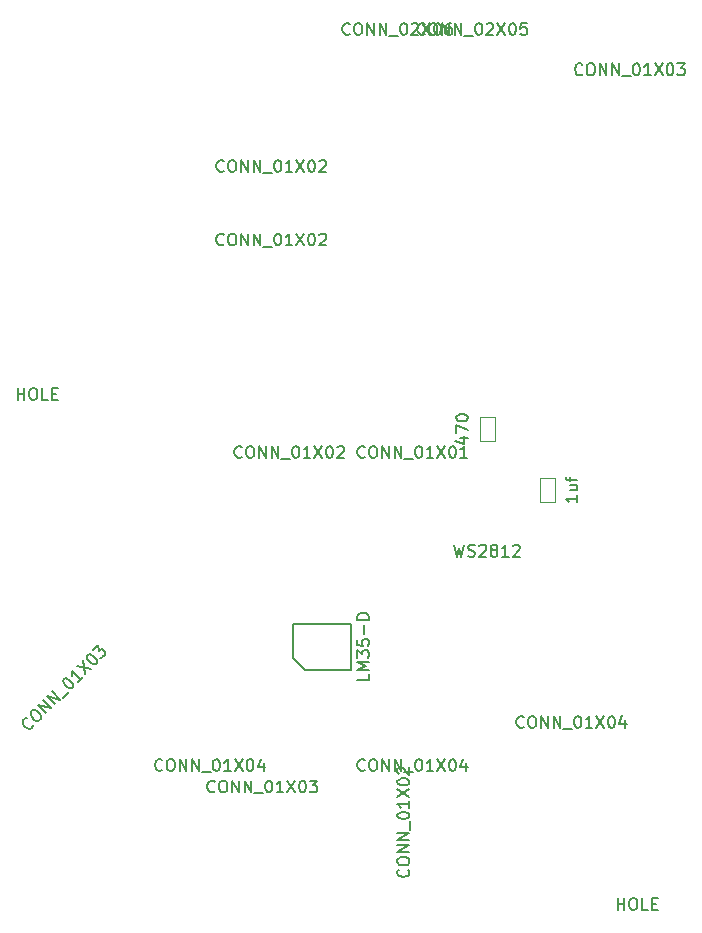
<source format=gbr>
G04 #@! TF.GenerationSoftware,KiCad,Pcbnew,5.0.0-rc2*
G04 #@! TF.CreationDate,2018-12-02T00:46:08-05:00*
G04 #@! TF.ProjectId,uno,756E6F2E6B696361645F706362000000,v1.0*
G04 #@! TF.SameCoordinates,Original*
G04 #@! TF.FileFunction,Other,Fab,Top*
%FSLAX46Y46*%
G04 Gerber Fmt 4.6, Leading zero omitted, Abs format (unit mm)*
G04 Created by KiCad (PCBNEW 5.0.0-rc2) date Sun Dec  2 00:46:08 2018*
%MOMM*%
%LPD*%
G01*
G04 APERTURE LIST*
%ADD10C,0.150000*%
%ADD11C,0.100000*%
G04 APERTURE END LIST*
D10*
G04 #@! TO.C,U6*
X57240000Y-85405000D02*
X57240000Y-82505000D01*
X57240000Y-82505000D02*
X62140000Y-82505000D01*
X62140000Y-82505000D02*
X62140000Y-86405000D01*
X62140000Y-86405000D02*
X58240000Y-86405000D01*
X58240000Y-86405000D02*
X57240000Y-85405000D01*
D11*
G04 #@! TO.C,C1*
X78115000Y-72200000D02*
X78115000Y-70200000D01*
X78115000Y-70200000D02*
X79365000Y-70200000D01*
X79365000Y-70200000D02*
X79365000Y-72200000D01*
X79365000Y-72200000D02*
X78115000Y-72200000D01*
G04 #@! TO.C,R1*
X73035000Y-65040000D02*
X74285000Y-65040000D01*
X73035000Y-67040000D02*
X73035000Y-65040000D01*
X74285000Y-67040000D02*
X73035000Y-67040000D01*
X74285000Y-65040000D02*
X74285000Y-67040000D01*
G04 #@! TD*
G04 #@! TO.C,P1*
D10*
X63286190Y-94897142D02*
X63238571Y-94944761D01*
X63095714Y-94992380D01*
X63000476Y-94992380D01*
X62857619Y-94944761D01*
X62762380Y-94849523D01*
X62714761Y-94754285D01*
X62667142Y-94563809D01*
X62667142Y-94420952D01*
X62714761Y-94230476D01*
X62762380Y-94135238D01*
X62857619Y-94040000D01*
X63000476Y-93992380D01*
X63095714Y-93992380D01*
X63238571Y-94040000D01*
X63286190Y-94087619D01*
X63905238Y-93992380D02*
X64095714Y-93992380D01*
X64190952Y-94040000D01*
X64286190Y-94135238D01*
X64333809Y-94325714D01*
X64333809Y-94659047D01*
X64286190Y-94849523D01*
X64190952Y-94944761D01*
X64095714Y-94992380D01*
X63905238Y-94992380D01*
X63809999Y-94944761D01*
X63714761Y-94849523D01*
X63667142Y-94659047D01*
X63667142Y-94325714D01*
X63714761Y-94135238D01*
X63809999Y-94040000D01*
X63905238Y-93992380D01*
X64762380Y-94992380D02*
X64762380Y-93992380D01*
X65333809Y-94992380D01*
X65333809Y-93992380D01*
X65809999Y-94992380D02*
X65809999Y-93992380D01*
X66381428Y-94992380D01*
X66381428Y-93992380D01*
X66619523Y-95087619D02*
X67381428Y-95087619D01*
X67809999Y-93992380D02*
X67905238Y-93992380D01*
X68000476Y-94040000D01*
X68048095Y-94087619D01*
X68095714Y-94182857D01*
X68143333Y-94373333D01*
X68143333Y-94611428D01*
X68095714Y-94801904D01*
X68048095Y-94897142D01*
X68000476Y-94944761D01*
X67905238Y-94992380D01*
X67809999Y-94992380D01*
X67714761Y-94944761D01*
X67667142Y-94897142D01*
X67619523Y-94801904D01*
X67571904Y-94611428D01*
X67571904Y-94373333D01*
X67619523Y-94182857D01*
X67667142Y-94087619D01*
X67714761Y-94040000D01*
X67809999Y-93992380D01*
X69095714Y-94992380D02*
X68524285Y-94992380D01*
X68809999Y-94992380D02*
X68809999Y-93992380D01*
X68714761Y-94135238D01*
X68619523Y-94230476D01*
X68524285Y-94278095D01*
X69429047Y-93992380D02*
X70095714Y-94992380D01*
X70095714Y-93992380D02*
X69429047Y-94992380D01*
X70667142Y-93992380D02*
X70762380Y-93992380D01*
X70857619Y-94040000D01*
X70905238Y-94087619D01*
X70952857Y-94182857D01*
X71000476Y-94373333D01*
X71000476Y-94611428D01*
X70952857Y-94801904D01*
X70905238Y-94897142D01*
X70857619Y-94944761D01*
X70762380Y-94992380D01*
X70667142Y-94992380D01*
X70571904Y-94944761D01*
X70524285Y-94897142D01*
X70476666Y-94801904D01*
X70429047Y-94611428D01*
X70429047Y-94373333D01*
X70476666Y-94182857D01*
X70524285Y-94087619D01*
X70571904Y-94040000D01*
X70667142Y-93992380D01*
X71857619Y-94325714D02*
X71857619Y-94992380D01*
X71619523Y-93944761D02*
X71381428Y-94659047D01*
X72000476Y-94659047D01*
G04 #@! TO.C,U2*
X84693333Y-106751380D02*
X84693333Y-105751380D01*
X84693333Y-106227571D02*
X85264761Y-106227571D01*
X85264761Y-106751380D02*
X85264761Y-105751380D01*
X85931428Y-105751380D02*
X86121904Y-105751380D01*
X86217142Y-105799000D01*
X86312380Y-105894238D01*
X86359999Y-106084714D01*
X86359999Y-106418047D01*
X86312380Y-106608523D01*
X86217142Y-106703761D01*
X86121904Y-106751380D01*
X85931428Y-106751380D01*
X85836190Y-106703761D01*
X85740952Y-106608523D01*
X85693333Y-106418047D01*
X85693333Y-106084714D01*
X85740952Y-105894238D01*
X85836190Y-105799000D01*
X85931428Y-105751380D01*
X87264761Y-106751380D02*
X86788571Y-106751380D01*
X86788571Y-105751380D01*
X87598095Y-106227571D02*
X87931428Y-106227571D01*
X88074285Y-106751380D02*
X87598095Y-106751380D01*
X87598095Y-105751380D01*
X88074285Y-105751380D01*
G04 #@! TO.C,U3*
X33893333Y-63571380D02*
X33893333Y-62571380D01*
X33893333Y-63047571D02*
X34464761Y-63047571D01*
X34464761Y-63571380D02*
X34464761Y-62571380D01*
X35131428Y-62571380D02*
X35321904Y-62571380D01*
X35417142Y-62619000D01*
X35512380Y-62714238D01*
X35560000Y-62904714D01*
X35560000Y-63238047D01*
X35512380Y-63428523D01*
X35417142Y-63523761D01*
X35321904Y-63571380D01*
X35131428Y-63571380D01*
X35036190Y-63523761D01*
X34940952Y-63428523D01*
X34893333Y-63238047D01*
X34893333Y-62904714D01*
X34940952Y-62714238D01*
X35036190Y-62619000D01*
X35131428Y-62571380D01*
X36464761Y-63571380D02*
X35988571Y-63571380D01*
X35988571Y-62571380D01*
X36798095Y-63047571D02*
X37131428Y-63047571D01*
X37274285Y-63571380D02*
X36798095Y-63571380D01*
X36798095Y-62571380D01*
X37274285Y-62571380D01*
G04 #@! TO.C,LED1*
X70850476Y-75842380D02*
X71088571Y-76842380D01*
X71279047Y-76128095D01*
X71469523Y-76842380D01*
X71707619Y-75842380D01*
X72040952Y-76794761D02*
X72183809Y-76842380D01*
X72421904Y-76842380D01*
X72517142Y-76794761D01*
X72564761Y-76747142D01*
X72612380Y-76651904D01*
X72612380Y-76556666D01*
X72564761Y-76461428D01*
X72517142Y-76413809D01*
X72421904Y-76366190D01*
X72231428Y-76318571D01*
X72136190Y-76270952D01*
X72088571Y-76223333D01*
X72040952Y-76128095D01*
X72040952Y-76032857D01*
X72088571Y-75937619D01*
X72136190Y-75890000D01*
X72231428Y-75842380D01*
X72469523Y-75842380D01*
X72612380Y-75890000D01*
X72993333Y-75937619D02*
X73040952Y-75890000D01*
X73136190Y-75842380D01*
X73374285Y-75842380D01*
X73469523Y-75890000D01*
X73517142Y-75937619D01*
X73564761Y-76032857D01*
X73564761Y-76128095D01*
X73517142Y-76270952D01*
X72945714Y-76842380D01*
X73564761Y-76842380D01*
X74136190Y-76270952D02*
X74040952Y-76223333D01*
X73993333Y-76175714D01*
X73945714Y-76080476D01*
X73945714Y-76032857D01*
X73993333Y-75937619D01*
X74040952Y-75890000D01*
X74136190Y-75842380D01*
X74326666Y-75842380D01*
X74421904Y-75890000D01*
X74469523Y-75937619D01*
X74517142Y-76032857D01*
X74517142Y-76080476D01*
X74469523Y-76175714D01*
X74421904Y-76223333D01*
X74326666Y-76270952D01*
X74136190Y-76270952D01*
X74040952Y-76318571D01*
X73993333Y-76366190D01*
X73945714Y-76461428D01*
X73945714Y-76651904D01*
X73993333Y-76747142D01*
X74040952Y-76794761D01*
X74136190Y-76842380D01*
X74326666Y-76842380D01*
X74421904Y-76794761D01*
X74469523Y-76747142D01*
X74517142Y-76651904D01*
X74517142Y-76461428D01*
X74469523Y-76366190D01*
X74421904Y-76318571D01*
X74326666Y-76270952D01*
X75469523Y-76842380D02*
X74898095Y-76842380D01*
X75183809Y-76842380D02*
X75183809Y-75842380D01*
X75088571Y-75985238D01*
X74993333Y-76080476D01*
X74898095Y-76128095D01*
X75850476Y-75937619D02*
X75898095Y-75890000D01*
X75993333Y-75842380D01*
X76231428Y-75842380D01*
X76326666Y-75890000D01*
X76374285Y-75937619D01*
X76421904Y-76032857D01*
X76421904Y-76128095D01*
X76374285Y-76270952D01*
X75802857Y-76842380D01*
X76421904Y-76842380D01*
G04 #@! TO.C,P2*
X68366190Y-32563142D02*
X68318571Y-32610761D01*
X68175714Y-32658380D01*
X68080476Y-32658380D01*
X67937619Y-32610761D01*
X67842380Y-32515523D01*
X67794761Y-32420285D01*
X67747142Y-32229809D01*
X67747142Y-32086952D01*
X67794761Y-31896476D01*
X67842380Y-31801238D01*
X67937619Y-31706000D01*
X68080476Y-31658380D01*
X68175714Y-31658380D01*
X68318571Y-31706000D01*
X68366190Y-31753619D01*
X68985238Y-31658380D02*
X69175714Y-31658380D01*
X69270952Y-31706000D01*
X69366190Y-31801238D01*
X69413809Y-31991714D01*
X69413809Y-32325047D01*
X69366190Y-32515523D01*
X69270952Y-32610761D01*
X69175714Y-32658380D01*
X68985238Y-32658380D01*
X68890000Y-32610761D01*
X68794761Y-32515523D01*
X68747142Y-32325047D01*
X68747142Y-31991714D01*
X68794761Y-31801238D01*
X68890000Y-31706000D01*
X68985238Y-31658380D01*
X69842380Y-32658380D02*
X69842380Y-31658380D01*
X70413809Y-32658380D01*
X70413809Y-31658380D01*
X70890000Y-32658380D02*
X70890000Y-31658380D01*
X71461428Y-32658380D01*
X71461428Y-31658380D01*
X71699523Y-32753619D02*
X72461428Y-32753619D01*
X72890000Y-31658380D02*
X72985238Y-31658380D01*
X73080476Y-31706000D01*
X73128095Y-31753619D01*
X73175714Y-31848857D01*
X73223333Y-32039333D01*
X73223333Y-32277428D01*
X73175714Y-32467904D01*
X73128095Y-32563142D01*
X73080476Y-32610761D01*
X72985238Y-32658380D01*
X72890000Y-32658380D01*
X72794761Y-32610761D01*
X72747142Y-32563142D01*
X72699523Y-32467904D01*
X72651904Y-32277428D01*
X72651904Y-32039333D01*
X72699523Y-31848857D01*
X72747142Y-31753619D01*
X72794761Y-31706000D01*
X72890000Y-31658380D01*
X73604285Y-31753619D02*
X73651904Y-31706000D01*
X73747142Y-31658380D01*
X73985238Y-31658380D01*
X74080476Y-31706000D01*
X74128095Y-31753619D01*
X74175714Y-31848857D01*
X74175714Y-31944095D01*
X74128095Y-32086952D01*
X73556666Y-32658380D01*
X74175714Y-32658380D01*
X74509047Y-31658380D02*
X75175714Y-32658380D01*
X75175714Y-31658380D02*
X74509047Y-32658380D01*
X75747142Y-31658380D02*
X75842380Y-31658380D01*
X75937619Y-31706000D01*
X75985238Y-31753619D01*
X76032857Y-31848857D01*
X76080476Y-32039333D01*
X76080476Y-32277428D01*
X76032857Y-32467904D01*
X75985238Y-32563142D01*
X75937619Y-32610761D01*
X75842380Y-32658380D01*
X75747142Y-32658380D01*
X75651904Y-32610761D01*
X75604285Y-32563142D01*
X75556666Y-32467904D01*
X75509047Y-32277428D01*
X75509047Y-32039333D01*
X75556666Y-31848857D01*
X75604285Y-31753619D01*
X75651904Y-31706000D01*
X75747142Y-31658380D01*
X76985238Y-31658380D02*
X76509047Y-31658380D01*
X76461428Y-32134571D01*
X76509047Y-32086952D01*
X76604285Y-32039333D01*
X76842380Y-32039333D01*
X76937619Y-32086952D01*
X76985238Y-32134571D01*
X77032857Y-32229809D01*
X77032857Y-32467904D01*
X76985238Y-32563142D01*
X76937619Y-32610761D01*
X76842380Y-32658380D01*
X76604285Y-32658380D01*
X76509047Y-32610761D01*
X76461428Y-32563142D01*
G04 #@! TO.C,P3*
X51348190Y-50395142D02*
X51300571Y-50442761D01*
X51157714Y-50490380D01*
X51062476Y-50490380D01*
X50919619Y-50442761D01*
X50824380Y-50347523D01*
X50776761Y-50252285D01*
X50729142Y-50061809D01*
X50729142Y-49918952D01*
X50776761Y-49728476D01*
X50824380Y-49633238D01*
X50919619Y-49538000D01*
X51062476Y-49490380D01*
X51157714Y-49490380D01*
X51300571Y-49538000D01*
X51348190Y-49585619D01*
X51967238Y-49490380D02*
X52157714Y-49490380D01*
X52252952Y-49538000D01*
X52348190Y-49633238D01*
X52395809Y-49823714D01*
X52395809Y-50157047D01*
X52348190Y-50347523D01*
X52252952Y-50442761D01*
X52157714Y-50490380D01*
X51967238Y-50490380D01*
X51871999Y-50442761D01*
X51776761Y-50347523D01*
X51729142Y-50157047D01*
X51729142Y-49823714D01*
X51776761Y-49633238D01*
X51871999Y-49538000D01*
X51967238Y-49490380D01*
X52824380Y-50490380D02*
X52824380Y-49490380D01*
X53395809Y-50490380D01*
X53395809Y-49490380D01*
X53871999Y-50490380D02*
X53871999Y-49490380D01*
X54443428Y-50490380D01*
X54443428Y-49490380D01*
X54681523Y-50585619D02*
X55443428Y-50585619D01*
X55871999Y-49490380D02*
X55967238Y-49490380D01*
X56062476Y-49538000D01*
X56110095Y-49585619D01*
X56157714Y-49680857D01*
X56205333Y-49871333D01*
X56205333Y-50109428D01*
X56157714Y-50299904D01*
X56110095Y-50395142D01*
X56062476Y-50442761D01*
X55967238Y-50490380D01*
X55871999Y-50490380D01*
X55776761Y-50442761D01*
X55729142Y-50395142D01*
X55681523Y-50299904D01*
X55633904Y-50109428D01*
X55633904Y-49871333D01*
X55681523Y-49680857D01*
X55729142Y-49585619D01*
X55776761Y-49538000D01*
X55871999Y-49490380D01*
X57157714Y-50490380D02*
X56586285Y-50490380D01*
X56871999Y-50490380D02*
X56871999Y-49490380D01*
X56776761Y-49633238D01*
X56681523Y-49728476D01*
X56586285Y-49776095D01*
X57491047Y-49490380D02*
X58157714Y-50490380D01*
X58157714Y-49490380D02*
X57491047Y-50490380D01*
X58729142Y-49490380D02*
X58824380Y-49490380D01*
X58919619Y-49538000D01*
X58967238Y-49585619D01*
X59014857Y-49680857D01*
X59062476Y-49871333D01*
X59062476Y-50109428D01*
X59014857Y-50299904D01*
X58967238Y-50395142D01*
X58919619Y-50442761D01*
X58824380Y-50490380D01*
X58729142Y-50490380D01*
X58633904Y-50442761D01*
X58586285Y-50395142D01*
X58538666Y-50299904D01*
X58491047Y-50109428D01*
X58491047Y-49871333D01*
X58538666Y-49680857D01*
X58586285Y-49585619D01*
X58633904Y-49538000D01*
X58729142Y-49490380D01*
X59443428Y-49585619D02*
X59491047Y-49538000D01*
X59586285Y-49490380D01*
X59824380Y-49490380D01*
X59919619Y-49538000D01*
X59967238Y-49585619D01*
X60014857Y-49680857D01*
X60014857Y-49776095D01*
X59967238Y-49918952D01*
X59395809Y-50490380D01*
X60014857Y-50490380D01*
G04 #@! TO.C,P4*
X51348190Y-44173642D02*
X51300571Y-44221261D01*
X51157714Y-44268880D01*
X51062476Y-44268880D01*
X50919619Y-44221261D01*
X50824380Y-44126023D01*
X50776761Y-44030785D01*
X50729142Y-43840309D01*
X50729142Y-43697452D01*
X50776761Y-43506976D01*
X50824380Y-43411738D01*
X50919619Y-43316500D01*
X51062476Y-43268880D01*
X51157714Y-43268880D01*
X51300571Y-43316500D01*
X51348190Y-43364119D01*
X51967238Y-43268880D02*
X52157714Y-43268880D01*
X52252952Y-43316500D01*
X52348190Y-43411738D01*
X52395809Y-43602214D01*
X52395809Y-43935547D01*
X52348190Y-44126023D01*
X52252952Y-44221261D01*
X52157714Y-44268880D01*
X51967238Y-44268880D01*
X51871999Y-44221261D01*
X51776761Y-44126023D01*
X51729142Y-43935547D01*
X51729142Y-43602214D01*
X51776761Y-43411738D01*
X51871999Y-43316500D01*
X51967238Y-43268880D01*
X52824380Y-44268880D02*
X52824380Y-43268880D01*
X53395809Y-44268880D01*
X53395809Y-43268880D01*
X53871999Y-44268880D02*
X53871999Y-43268880D01*
X54443428Y-44268880D01*
X54443428Y-43268880D01*
X54681523Y-44364119D02*
X55443428Y-44364119D01*
X55871999Y-43268880D02*
X55967238Y-43268880D01*
X56062476Y-43316500D01*
X56110095Y-43364119D01*
X56157714Y-43459357D01*
X56205333Y-43649833D01*
X56205333Y-43887928D01*
X56157714Y-44078404D01*
X56110095Y-44173642D01*
X56062476Y-44221261D01*
X55967238Y-44268880D01*
X55871999Y-44268880D01*
X55776761Y-44221261D01*
X55729142Y-44173642D01*
X55681523Y-44078404D01*
X55633904Y-43887928D01*
X55633904Y-43649833D01*
X55681523Y-43459357D01*
X55729142Y-43364119D01*
X55776761Y-43316500D01*
X55871999Y-43268880D01*
X57157714Y-44268880D02*
X56586285Y-44268880D01*
X56871999Y-44268880D02*
X56871999Y-43268880D01*
X56776761Y-43411738D01*
X56681523Y-43506976D01*
X56586285Y-43554595D01*
X57491047Y-43268880D02*
X58157714Y-44268880D01*
X58157714Y-43268880D02*
X57491047Y-44268880D01*
X58729142Y-43268880D02*
X58824380Y-43268880D01*
X58919619Y-43316500D01*
X58967238Y-43364119D01*
X59014857Y-43459357D01*
X59062476Y-43649833D01*
X59062476Y-43887928D01*
X59014857Y-44078404D01*
X58967238Y-44173642D01*
X58919619Y-44221261D01*
X58824380Y-44268880D01*
X58729142Y-44268880D01*
X58633904Y-44221261D01*
X58586285Y-44173642D01*
X58538666Y-44078404D01*
X58491047Y-43887928D01*
X58491047Y-43649833D01*
X58538666Y-43459357D01*
X58586285Y-43364119D01*
X58633904Y-43316500D01*
X58729142Y-43268880D01*
X59443428Y-43364119D02*
X59491047Y-43316500D01*
X59586285Y-43268880D01*
X59824380Y-43268880D01*
X59919619Y-43316500D01*
X59967238Y-43364119D01*
X60014857Y-43459357D01*
X60014857Y-43554595D01*
X59967238Y-43697452D01*
X59395809Y-44268880D01*
X60014857Y-44268880D01*
G04 #@! TO.C,P5*
X46141190Y-94897142D02*
X46093571Y-94944761D01*
X45950714Y-94992380D01*
X45855476Y-94992380D01*
X45712619Y-94944761D01*
X45617380Y-94849523D01*
X45569761Y-94754285D01*
X45522142Y-94563809D01*
X45522142Y-94420952D01*
X45569761Y-94230476D01*
X45617380Y-94135238D01*
X45712619Y-94040000D01*
X45855476Y-93992380D01*
X45950714Y-93992380D01*
X46093571Y-94040000D01*
X46141190Y-94087619D01*
X46760238Y-93992380D02*
X46950714Y-93992380D01*
X47045952Y-94040000D01*
X47141190Y-94135238D01*
X47188809Y-94325714D01*
X47188809Y-94659047D01*
X47141190Y-94849523D01*
X47045952Y-94944761D01*
X46950714Y-94992380D01*
X46760238Y-94992380D01*
X46664999Y-94944761D01*
X46569761Y-94849523D01*
X46522142Y-94659047D01*
X46522142Y-94325714D01*
X46569761Y-94135238D01*
X46664999Y-94040000D01*
X46760238Y-93992380D01*
X47617380Y-94992380D02*
X47617380Y-93992380D01*
X48188809Y-94992380D01*
X48188809Y-93992380D01*
X48664999Y-94992380D02*
X48664999Y-93992380D01*
X49236428Y-94992380D01*
X49236428Y-93992380D01*
X49474523Y-95087619D02*
X50236428Y-95087619D01*
X50664999Y-93992380D02*
X50760238Y-93992380D01*
X50855476Y-94040000D01*
X50903095Y-94087619D01*
X50950714Y-94182857D01*
X50998333Y-94373333D01*
X50998333Y-94611428D01*
X50950714Y-94801904D01*
X50903095Y-94897142D01*
X50855476Y-94944761D01*
X50760238Y-94992380D01*
X50664999Y-94992380D01*
X50569761Y-94944761D01*
X50522142Y-94897142D01*
X50474523Y-94801904D01*
X50426904Y-94611428D01*
X50426904Y-94373333D01*
X50474523Y-94182857D01*
X50522142Y-94087619D01*
X50569761Y-94040000D01*
X50664999Y-93992380D01*
X51950714Y-94992380D02*
X51379285Y-94992380D01*
X51664999Y-94992380D02*
X51664999Y-93992380D01*
X51569761Y-94135238D01*
X51474523Y-94230476D01*
X51379285Y-94278095D01*
X52284047Y-93992380D02*
X52950714Y-94992380D01*
X52950714Y-93992380D02*
X52284047Y-94992380D01*
X53522142Y-93992380D02*
X53617380Y-93992380D01*
X53712619Y-94040000D01*
X53760238Y-94087619D01*
X53807857Y-94182857D01*
X53855476Y-94373333D01*
X53855476Y-94611428D01*
X53807857Y-94801904D01*
X53760238Y-94897142D01*
X53712619Y-94944761D01*
X53617380Y-94992380D01*
X53522142Y-94992380D01*
X53426904Y-94944761D01*
X53379285Y-94897142D01*
X53331666Y-94801904D01*
X53284047Y-94611428D01*
X53284047Y-94373333D01*
X53331666Y-94182857D01*
X53379285Y-94087619D01*
X53426904Y-94040000D01*
X53522142Y-93992380D01*
X54712619Y-94325714D02*
X54712619Y-94992380D01*
X54474523Y-93944761D02*
X54236428Y-94659047D01*
X54855476Y-94659047D01*
G04 #@! TO.C,P6*
X63286190Y-68377142D02*
X63238571Y-68424761D01*
X63095714Y-68472380D01*
X63000476Y-68472380D01*
X62857619Y-68424761D01*
X62762380Y-68329523D01*
X62714761Y-68234285D01*
X62667142Y-68043809D01*
X62667142Y-67900952D01*
X62714761Y-67710476D01*
X62762380Y-67615238D01*
X62857619Y-67520000D01*
X63000476Y-67472380D01*
X63095714Y-67472380D01*
X63238571Y-67520000D01*
X63286190Y-67567619D01*
X63905238Y-67472380D02*
X64095714Y-67472380D01*
X64190952Y-67520000D01*
X64286190Y-67615238D01*
X64333809Y-67805714D01*
X64333809Y-68139047D01*
X64286190Y-68329523D01*
X64190952Y-68424761D01*
X64095714Y-68472380D01*
X63905238Y-68472380D01*
X63809999Y-68424761D01*
X63714761Y-68329523D01*
X63667142Y-68139047D01*
X63667142Y-67805714D01*
X63714761Y-67615238D01*
X63809999Y-67520000D01*
X63905238Y-67472380D01*
X64762380Y-68472380D02*
X64762380Y-67472380D01*
X65333809Y-68472380D01*
X65333809Y-67472380D01*
X65809999Y-68472380D02*
X65809999Y-67472380D01*
X66381428Y-68472380D01*
X66381428Y-67472380D01*
X66619523Y-68567619D02*
X67381428Y-68567619D01*
X67809999Y-67472380D02*
X67905238Y-67472380D01*
X68000476Y-67520000D01*
X68048095Y-67567619D01*
X68095714Y-67662857D01*
X68143333Y-67853333D01*
X68143333Y-68091428D01*
X68095714Y-68281904D01*
X68048095Y-68377142D01*
X68000476Y-68424761D01*
X67905238Y-68472380D01*
X67809999Y-68472380D01*
X67714761Y-68424761D01*
X67667142Y-68377142D01*
X67619523Y-68281904D01*
X67571904Y-68091428D01*
X67571904Y-67853333D01*
X67619523Y-67662857D01*
X67667142Y-67567619D01*
X67714761Y-67520000D01*
X67809999Y-67472380D01*
X69095714Y-68472380D02*
X68524285Y-68472380D01*
X68809999Y-68472380D02*
X68809999Y-67472380D01*
X68714761Y-67615238D01*
X68619523Y-67710476D01*
X68524285Y-67758095D01*
X69429047Y-67472380D02*
X70095714Y-68472380D01*
X70095714Y-67472380D02*
X69429047Y-68472380D01*
X70667142Y-67472380D02*
X70762380Y-67472380D01*
X70857619Y-67520000D01*
X70905238Y-67567619D01*
X70952857Y-67662857D01*
X71000476Y-67853333D01*
X71000476Y-68091428D01*
X70952857Y-68281904D01*
X70905238Y-68377142D01*
X70857619Y-68424761D01*
X70762380Y-68472380D01*
X70667142Y-68472380D01*
X70571904Y-68424761D01*
X70524285Y-68377142D01*
X70476666Y-68281904D01*
X70429047Y-68091428D01*
X70429047Y-67853333D01*
X70476666Y-67662857D01*
X70524285Y-67567619D01*
X70571904Y-67520000D01*
X70667142Y-67472380D01*
X71952857Y-68472380D02*
X71381428Y-68472380D01*
X71667142Y-68472380D02*
X71667142Y-67472380D01*
X71571904Y-67615238D01*
X71476666Y-67710476D01*
X71381428Y-67758095D01*
G04 #@! TO.C,P7*
X62016190Y-32563142D02*
X61968571Y-32610761D01*
X61825714Y-32658380D01*
X61730476Y-32658380D01*
X61587619Y-32610761D01*
X61492380Y-32515523D01*
X61444761Y-32420285D01*
X61397142Y-32229809D01*
X61397142Y-32086952D01*
X61444761Y-31896476D01*
X61492380Y-31801238D01*
X61587619Y-31706000D01*
X61730476Y-31658380D01*
X61825714Y-31658380D01*
X61968571Y-31706000D01*
X62016190Y-31753619D01*
X62635238Y-31658380D02*
X62825714Y-31658380D01*
X62920952Y-31706000D01*
X63016190Y-31801238D01*
X63063809Y-31991714D01*
X63063809Y-32325047D01*
X63016190Y-32515523D01*
X62920952Y-32610761D01*
X62825714Y-32658380D01*
X62635238Y-32658380D01*
X62539999Y-32610761D01*
X62444761Y-32515523D01*
X62397142Y-32325047D01*
X62397142Y-31991714D01*
X62444761Y-31801238D01*
X62539999Y-31706000D01*
X62635238Y-31658380D01*
X63492380Y-32658380D02*
X63492380Y-31658380D01*
X64063809Y-32658380D01*
X64063809Y-31658380D01*
X64539999Y-32658380D02*
X64539999Y-31658380D01*
X65111428Y-32658380D01*
X65111428Y-31658380D01*
X65349523Y-32753619D02*
X66111428Y-32753619D01*
X66539999Y-31658380D02*
X66635238Y-31658380D01*
X66730476Y-31706000D01*
X66778095Y-31753619D01*
X66825714Y-31848857D01*
X66873333Y-32039333D01*
X66873333Y-32277428D01*
X66825714Y-32467904D01*
X66778095Y-32563142D01*
X66730476Y-32610761D01*
X66635238Y-32658380D01*
X66539999Y-32658380D01*
X66444761Y-32610761D01*
X66397142Y-32563142D01*
X66349523Y-32467904D01*
X66301904Y-32277428D01*
X66301904Y-32039333D01*
X66349523Y-31848857D01*
X66397142Y-31753619D01*
X66444761Y-31706000D01*
X66539999Y-31658380D01*
X67254285Y-31753619D02*
X67301904Y-31706000D01*
X67397142Y-31658380D01*
X67635238Y-31658380D01*
X67730476Y-31706000D01*
X67778095Y-31753619D01*
X67825714Y-31848857D01*
X67825714Y-31944095D01*
X67778095Y-32086952D01*
X67206666Y-32658380D01*
X67825714Y-32658380D01*
X68159047Y-31658380D02*
X68825714Y-32658380D01*
X68825714Y-31658380D02*
X68159047Y-32658380D01*
X69397142Y-31658380D02*
X69492380Y-31658380D01*
X69587619Y-31706000D01*
X69635238Y-31753619D01*
X69682857Y-31848857D01*
X69730476Y-32039333D01*
X69730476Y-32277428D01*
X69682857Y-32467904D01*
X69635238Y-32563142D01*
X69587619Y-32610761D01*
X69492380Y-32658380D01*
X69397142Y-32658380D01*
X69301904Y-32610761D01*
X69254285Y-32563142D01*
X69206666Y-32467904D01*
X69159047Y-32277428D01*
X69159047Y-32039333D01*
X69206666Y-31848857D01*
X69254285Y-31753619D01*
X69301904Y-31706000D01*
X69397142Y-31658380D01*
X70587619Y-31658380D02*
X70397142Y-31658380D01*
X70301904Y-31706000D01*
X70254285Y-31753619D01*
X70159047Y-31896476D01*
X70111428Y-32086952D01*
X70111428Y-32467904D01*
X70159047Y-32563142D01*
X70206666Y-32610761D01*
X70301904Y-32658380D01*
X70492380Y-32658380D01*
X70587619Y-32610761D01*
X70635238Y-32563142D01*
X70682857Y-32467904D01*
X70682857Y-32229809D01*
X70635238Y-32134571D01*
X70587619Y-32086952D01*
X70492380Y-32039333D01*
X70301904Y-32039333D01*
X70206666Y-32086952D01*
X70159047Y-32134571D01*
X70111428Y-32229809D01*
G04 #@! TO.C,P8*
X35220244Y-91075770D02*
X35220244Y-91143113D01*
X35152900Y-91277800D01*
X35085557Y-91345144D01*
X34950870Y-91412487D01*
X34816183Y-91412487D01*
X34715167Y-91378815D01*
X34546809Y-91277800D01*
X34445793Y-91176785D01*
X34344778Y-91008426D01*
X34311106Y-90907411D01*
X34311106Y-90772724D01*
X34378450Y-90638037D01*
X34445793Y-90570693D01*
X34580480Y-90503350D01*
X34647824Y-90503350D01*
X35018213Y-89998274D02*
X35152900Y-89863587D01*
X35253915Y-89829915D01*
X35388602Y-89829915D01*
X35556961Y-89930930D01*
X35792663Y-90166632D01*
X35893679Y-90334991D01*
X35893679Y-90469678D01*
X35860007Y-90570693D01*
X35725320Y-90705380D01*
X35624305Y-90739052D01*
X35489618Y-90739052D01*
X35321259Y-90638037D01*
X35085557Y-90402335D01*
X34984541Y-90233976D01*
X34984541Y-90099289D01*
X35018213Y-89998274D01*
X36331411Y-90099289D02*
X35624305Y-89392182D01*
X36735472Y-89695228D01*
X36028366Y-88988121D01*
X37072190Y-89358510D02*
X36365083Y-88651404D01*
X37476251Y-88954449D01*
X36769144Y-88247343D01*
X37711953Y-88853434D02*
X38250701Y-88314686D01*
X37779297Y-87237190D02*
X37846640Y-87169846D01*
X37947656Y-87136175D01*
X38014999Y-87136175D01*
X38116014Y-87169846D01*
X38284373Y-87270862D01*
X38452732Y-87439220D01*
X38553747Y-87607579D01*
X38587419Y-87708594D01*
X38587419Y-87775938D01*
X38553747Y-87876953D01*
X38486404Y-87944297D01*
X38385388Y-87977968D01*
X38318045Y-87977968D01*
X38217030Y-87944297D01*
X38048671Y-87843281D01*
X37880312Y-87674923D01*
X37779297Y-87506564D01*
X37745625Y-87405549D01*
X37745625Y-87338205D01*
X37779297Y-87237190D01*
X39395541Y-87035159D02*
X38991480Y-87439220D01*
X39193510Y-87237190D02*
X38486404Y-86530083D01*
X38520075Y-86698442D01*
X38520075Y-86833129D01*
X38486404Y-86934144D01*
X38924136Y-86092350D02*
X40102648Y-86328053D01*
X39395541Y-85620946D02*
X39631243Y-86799457D01*
X39799602Y-85216885D02*
X39866945Y-85149541D01*
X39967961Y-85115870D01*
X40035304Y-85115870D01*
X40136319Y-85149541D01*
X40304678Y-85250557D01*
X40473037Y-85418915D01*
X40574052Y-85587274D01*
X40607724Y-85688289D01*
X40607724Y-85755633D01*
X40574052Y-85856648D01*
X40506709Y-85923992D01*
X40405693Y-85957663D01*
X40338350Y-85957663D01*
X40237335Y-85923992D01*
X40068976Y-85822976D01*
X39900617Y-85654618D01*
X39799602Y-85486259D01*
X39765930Y-85385244D01*
X39765930Y-85317900D01*
X39799602Y-85216885D01*
X40271006Y-84745480D02*
X40708739Y-84307748D01*
X40742411Y-84812824D01*
X40843426Y-84711809D01*
X40944441Y-84678137D01*
X41011785Y-84678137D01*
X41112800Y-84711809D01*
X41281159Y-84880167D01*
X41314831Y-84981183D01*
X41314831Y-85048526D01*
X41281159Y-85149541D01*
X41079128Y-85351572D01*
X40978113Y-85385244D01*
X40910770Y-85385244D01*
G04 #@! TO.C,P9*
X81701190Y-35992142D02*
X81653571Y-36039761D01*
X81510714Y-36087380D01*
X81415476Y-36087380D01*
X81272619Y-36039761D01*
X81177380Y-35944523D01*
X81129761Y-35849285D01*
X81082142Y-35658809D01*
X81082142Y-35515952D01*
X81129761Y-35325476D01*
X81177380Y-35230238D01*
X81272619Y-35135000D01*
X81415476Y-35087380D01*
X81510714Y-35087380D01*
X81653571Y-35135000D01*
X81701190Y-35182619D01*
X82320238Y-35087380D02*
X82510714Y-35087380D01*
X82605952Y-35135000D01*
X82701190Y-35230238D01*
X82748809Y-35420714D01*
X82748809Y-35754047D01*
X82701190Y-35944523D01*
X82605952Y-36039761D01*
X82510714Y-36087380D01*
X82320238Y-36087380D01*
X82225000Y-36039761D01*
X82129761Y-35944523D01*
X82082142Y-35754047D01*
X82082142Y-35420714D01*
X82129761Y-35230238D01*
X82225000Y-35135000D01*
X82320238Y-35087380D01*
X83177380Y-36087380D02*
X83177380Y-35087380D01*
X83748809Y-36087380D01*
X83748809Y-35087380D01*
X84225000Y-36087380D02*
X84225000Y-35087380D01*
X84796428Y-36087380D01*
X84796428Y-35087380D01*
X85034523Y-36182619D02*
X85796428Y-36182619D01*
X86225000Y-35087380D02*
X86320238Y-35087380D01*
X86415476Y-35135000D01*
X86463095Y-35182619D01*
X86510714Y-35277857D01*
X86558333Y-35468333D01*
X86558333Y-35706428D01*
X86510714Y-35896904D01*
X86463095Y-35992142D01*
X86415476Y-36039761D01*
X86320238Y-36087380D01*
X86225000Y-36087380D01*
X86129761Y-36039761D01*
X86082142Y-35992142D01*
X86034523Y-35896904D01*
X85986904Y-35706428D01*
X85986904Y-35468333D01*
X86034523Y-35277857D01*
X86082142Y-35182619D01*
X86129761Y-35135000D01*
X86225000Y-35087380D01*
X87510714Y-36087380D02*
X86939285Y-36087380D01*
X87225000Y-36087380D02*
X87225000Y-35087380D01*
X87129761Y-35230238D01*
X87034523Y-35325476D01*
X86939285Y-35373095D01*
X87844047Y-35087380D02*
X88510714Y-36087380D01*
X88510714Y-35087380D02*
X87844047Y-36087380D01*
X89082142Y-35087380D02*
X89177380Y-35087380D01*
X89272619Y-35135000D01*
X89320238Y-35182619D01*
X89367857Y-35277857D01*
X89415476Y-35468333D01*
X89415476Y-35706428D01*
X89367857Y-35896904D01*
X89320238Y-35992142D01*
X89272619Y-36039761D01*
X89177380Y-36087380D01*
X89082142Y-36087380D01*
X88986904Y-36039761D01*
X88939285Y-35992142D01*
X88891666Y-35896904D01*
X88844047Y-35706428D01*
X88844047Y-35468333D01*
X88891666Y-35277857D01*
X88939285Y-35182619D01*
X88986904Y-35135000D01*
X89082142Y-35087380D01*
X89748809Y-35087380D02*
X90367857Y-35087380D01*
X90034523Y-35468333D01*
X90177380Y-35468333D01*
X90272619Y-35515952D01*
X90320238Y-35563571D01*
X90367857Y-35658809D01*
X90367857Y-35896904D01*
X90320238Y-35992142D01*
X90272619Y-36039761D01*
X90177380Y-36087380D01*
X89891666Y-36087380D01*
X89796428Y-36039761D01*
X89748809Y-35992142D01*
G04 #@! TO.C,P10*
X50586190Y-96702142D02*
X50538571Y-96749761D01*
X50395714Y-96797380D01*
X50300476Y-96797380D01*
X50157619Y-96749761D01*
X50062380Y-96654523D01*
X50014761Y-96559285D01*
X49967142Y-96368809D01*
X49967142Y-96225952D01*
X50014761Y-96035476D01*
X50062380Y-95940238D01*
X50157619Y-95845000D01*
X50300476Y-95797380D01*
X50395714Y-95797380D01*
X50538571Y-95845000D01*
X50586190Y-95892619D01*
X51205238Y-95797380D02*
X51395714Y-95797380D01*
X51490952Y-95845000D01*
X51586190Y-95940238D01*
X51633809Y-96130714D01*
X51633809Y-96464047D01*
X51586190Y-96654523D01*
X51490952Y-96749761D01*
X51395714Y-96797380D01*
X51205238Y-96797380D01*
X51109999Y-96749761D01*
X51014761Y-96654523D01*
X50967142Y-96464047D01*
X50967142Y-96130714D01*
X51014761Y-95940238D01*
X51109999Y-95845000D01*
X51205238Y-95797380D01*
X52062380Y-96797380D02*
X52062380Y-95797380D01*
X52633809Y-96797380D01*
X52633809Y-95797380D01*
X53109999Y-96797380D02*
X53109999Y-95797380D01*
X53681428Y-96797380D01*
X53681428Y-95797380D01*
X53919523Y-96892619D02*
X54681428Y-96892619D01*
X55109999Y-95797380D02*
X55205238Y-95797380D01*
X55300476Y-95845000D01*
X55348095Y-95892619D01*
X55395714Y-95987857D01*
X55443333Y-96178333D01*
X55443333Y-96416428D01*
X55395714Y-96606904D01*
X55348095Y-96702142D01*
X55300476Y-96749761D01*
X55205238Y-96797380D01*
X55109999Y-96797380D01*
X55014761Y-96749761D01*
X54967142Y-96702142D01*
X54919523Y-96606904D01*
X54871904Y-96416428D01*
X54871904Y-96178333D01*
X54919523Y-95987857D01*
X54967142Y-95892619D01*
X55014761Y-95845000D01*
X55109999Y-95797380D01*
X56395714Y-96797380D02*
X55824285Y-96797380D01*
X56109999Y-96797380D02*
X56109999Y-95797380D01*
X56014761Y-95940238D01*
X55919523Y-96035476D01*
X55824285Y-96083095D01*
X56729047Y-95797380D02*
X57395714Y-96797380D01*
X57395714Y-95797380D02*
X56729047Y-96797380D01*
X57967142Y-95797380D02*
X58062380Y-95797380D01*
X58157619Y-95845000D01*
X58205238Y-95892619D01*
X58252857Y-95987857D01*
X58300476Y-96178333D01*
X58300476Y-96416428D01*
X58252857Y-96606904D01*
X58205238Y-96702142D01*
X58157619Y-96749761D01*
X58062380Y-96797380D01*
X57967142Y-96797380D01*
X57871904Y-96749761D01*
X57824285Y-96702142D01*
X57776666Y-96606904D01*
X57729047Y-96416428D01*
X57729047Y-96178333D01*
X57776666Y-95987857D01*
X57824285Y-95892619D01*
X57871904Y-95845000D01*
X57967142Y-95797380D01*
X58633809Y-95797380D02*
X59252857Y-95797380D01*
X58919523Y-96178333D01*
X59062380Y-96178333D01*
X59157619Y-96225952D01*
X59205238Y-96273571D01*
X59252857Y-96368809D01*
X59252857Y-96606904D01*
X59205238Y-96702142D01*
X59157619Y-96749761D01*
X59062380Y-96797380D01*
X58776666Y-96797380D01*
X58681428Y-96749761D01*
X58633809Y-96702142D01*
G04 #@! TO.C,U6*
X63642380Y-86788333D02*
X63642380Y-87264523D01*
X62642380Y-87264523D01*
X63642380Y-86454999D02*
X62642380Y-86454999D01*
X63356666Y-86121666D01*
X62642380Y-85788333D01*
X63642380Y-85788333D01*
X62642380Y-85407380D02*
X62642380Y-84788333D01*
X63023333Y-85121666D01*
X63023333Y-84978809D01*
X63070952Y-84883571D01*
X63118571Y-84835952D01*
X63213809Y-84788333D01*
X63451904Y-84788333D01*
X63547142Y-84835952D01*
X63594761Y-84883571D01*
X63642380Y-84978809D01*
X63642380Y-85264523D01*
X63594761Y-85359761D01*
X63547142Y-85407380D01*
X62642380Y-83883571D02*
X62642380Y-84359761D01*
X63118571Y-84407380D01*
X63070952Y-84359761D01*
X63023333Y-84264523D01*
X63023333Y-84026428D01*
X63070952Y-83931190D01*
X63118571Y-83883571D01*
X63213809Y-83835952D01*
X63451904Y-83835952D01*
X63547142Y-83883571D01*
X63594761Y-83931190D01*
X63642380Y-84026428D01*
X63642380Y-84264523D01*
X63594761Y-84359761D01*
X63547142Y-84407380D01*
X63261428Y-83407380D02*
X63261428Y-82645476D01*
X63642380Y-82169285D02*
X62642380Y-82169285D01*
X62642380Y-81931190D01*
X62690000Y-81788333D01*
X62785238Y-81693095D01*
X62880476Y-81645476D01*
X63070952Y-81597857D01*
X63213809Y-81597857D01*
X63404285Y-81645476D01*
X63499523Y-81693095D01*
X63594761Y-81788333D01*
X63642380Y-81931190D01*
X63642380Y-82169285D01*
G04 #@! TO.C,C1*
X81292380Y-71652380D02*
X81292380Y-72223809D01*
X81292380Y-71938095D02*
X80292380Y-71938095D01*
X80435238Y-72033333D01*
X80530476Y-72128571D01*
X80578095Y-72223809D01*
X80625714Y-70795238D02*
X81292380Y-70795238D01*
X80625714Y-71223809D02*
X81149523Y-71223809D01*
X81244761Y-71176190D01*
X81292380Y-71080952D01*
X81292380Y-70938095D01*
X81244761Y-70842857D01*
X81197142Y-70795238D01*
X80625714Y-70461904D02*
X80625714Y-70080952D01*
X81292380Y-70319047D02*
X80435238Y-70319047D01*
X80340000Y-70271428D01*
X80292380Y-70176190D01*
X80292380Y-70080952D01*
G04 #@! TO.C,R1*
X71345714Y-66801904D02*
X72012380Y-66801904D01*
X70964761Y-67040000D02*
X71679047Y-67278095D01*
X71679047Y-66659047D01*
X71012380Y-66373333D02*
X71012380Y-65706666D01*
X72012380Y-66135238D01*
X71012380Y-65135238D02*
X71012380Y-65040000D01*
X71060000Y-64944761D01*
X71107619Y-64897142D01*
X71202857Y-64849523D01*
X71393333Y-64801904D01*
X71631428Y-64801904D01*
X71821904Y-64849523D01*
X71917142Y-64897142D01*
X71964761Y-64944761D01*
X72012380Y-65040000D01*
X72012380Y-65135238D01*
X71964761Y-65230476D01*
X71917142Y-65278095D01*
X71821904Y-65325714D01*
X71631428Y-65373333D01*
X71393333Y-65373333D01*
X71202857Y-65325714D01*
X71107619Y-65278095D01*
X71060000Y-65230476D01*
X71012380Y-65135238D01*
G04 #@! TO.C,P11*
X66957142Y-103337809D02*
X67004761Y-103385428D01*
X67052380Y-103528285D01*
X67052380Y-103623523D01*
X67004761Y-103766380D01*
X66909523Y-103861619D01*
X66814285Y-103909238D01*
X66623809Y-103956857D01*
X66480952Y-103956857D01*
X66290476Y-103909238D01*
X66195238Y-103861619D01*
X66099999Y-103766380D01*
X66052380Y-103623523D01*
X66052380Y-103528285D01*
X66099999Y-103385428D01*
X66147619Y-103337809D01*
X66052380Y-102718761D02*
X66052380Y-102528285D01*
X66099999Y-102433047D01*
X66195238Y-102337809D01*
X66385714Y-102290190D01*
X66719047Y-102290190D01*
X66909523Y-102337809D01*
X67004761Y-102433047D01*
X67052380Y-102528285D01*
X67052380Y-102718761D01*
X67004761Y-102814000D01*
X66909523Y-102909238D01*
X66719047Y-102956857D01*
X66385714Y-102956857D01*
X66195238Y-102909238D01*
X66099999Y-102814000D01*
X66052380Y-102718761D01*
X67052380Y-101861619D02*
X66052380Y-101861619D01*
X67052380Y-101290190D01*
X66052380Y-101290190D01*
X67052380Y-100814000D02*
X66052380Y-100814000D01*
X67052380Y-100242571D01*
X66052380Y-100242571D01*
X67147619Y-100004476D02*
X67147619Y-99242571D01*
X66052380Y-98814000D02*
X66052380Y-98718761D01*
X66100000Y-98623523D01*
X66147619Y-98575904D01*
X66242857Y-98528285D01*
X66433333Y-98480666D01*
X66671428Y-98480666D01*
X66861904Y-98528285D01*
X66957142Y-98575904D01*
X67004761Y-98623523D01*
X67052380Y-98718761D01*
X67052380Y-98814000D01*
X67004761Y-98909238D01*
X66957142Y-98956857D01*
X66861904Y-99004476D01*
X66671428Y-99052095D01*
X66433333Y-99052095D01*
X66242857Y-99004476D01*
X66147619Y-98956857D01*
X66100000Y-98909238D01*
X66052380Y-98814000D01*
X67052380Y-97528285D02*
X67052380Y-98099714D01*
X67052380Y-97814000D02*
X66052380Y-97814000D01*
X66195238Y-97909238D01*
X66290476Y-98004476D01*
X66338095Y-98099714D01*
X66052380Y-97194952D02*
X67052380Y-96528285D01*
X66052380Y-96528285D02*
X67052380Y-97194952D01*
X66052380Y-95956857D02*
X66052380Y-95861619D01*
X66100000Y-95766380D01*
X66147619Y-95718761D01*
X66242857Y-95671142D01*
X66433333Y-95623523D01*
X66671428Y-95623523D01*
X66861904Y-95671142D01*
X66957142Y-95718761D01*
X67004761Y-95766380D01*
X67052380Y-95861619D01*
X67052380Y-95956857D01*
X67004761Y-96052095D01*
X66957142Y-96099714D01*
X66861904Y-96147333D01*
X66671428Y-96194952D01*
X66433333Y-96194952D01*
X66242857Y-96147333D01*
X66147619Y-96099714D01*
X66100000Y-96052095D01*
X66052380Y-95956857D01*
X66147619Y-95242571D02*
X66100000Y-95194952D01*
X66052380Y-95099714D01*
X66052380Y-94861619D01*
X66100000Y-94766380D01*
X66147619Y-94718761D01*
X66242857Y-94671142D01*
X66338095Y-94671142D01*
X66480952Y-94718761D01*
X67052380Y-95290190D01*
X67052380Y-94671142D01*
G04 #@! TO.C,P12*
X52872190Y-68377142D02*
X52824571Y-68424761D01*
X52681714Y-68472380D01*
X52586476Y-68472380D01*
X52443619Y-68424761D01*
X52348380Y-68329523D01*
X52300761Y-68234285D01*
X52253142Y-68043809D01*
X52253142Y-67900952D01*
X52300761Y-67710476D01*
X52348380Y-67615238D01*
X52443619Y-67520000D01*
X52586476Y-67472380D01*
X52681714Y-67472380D01*
X52824571Y-67520000D01*
X52872190Y-67567619D01*
X53491238Y-67472380D02*
X53681714Y-67472380D01*
X53776952Y-67520000D01*
X53872190Y-67615238D01*
X53919809Y-67805714D01*
X53919809Y-68139047D01*
X53872190Y-68329523D01*
X53776952Y-68424761D01*
X53681714Y-68472380D01*
X53491238Y-68472380D01*
X53395999Y-68424761D01*
X53300761Y-68329523D01*
X53253142Y-68139047D01*
X53253142Y-67805714D01*
X53300761Y-67615238D01*
X53395999Y-67520000D01*
X53491238Y-67472380D01*
X54348380Y-68472380D02*
X54348380Y-67472380D01*
X54919809Y-68472380D01*
X54919809Y-67472380D01*
X55395999Y-68472380D02*
X55395999Y-67472380D01*
X55967428Y-68472380D01*
X55967428Y-67472380D01*
X56205523Y-68567619D02*
X56967428Y-68567619D01*
X57395999Y-67472380D02*
X57491238Y-67472380D01*
X57586476Y-67520000D01*
X57634095Y-67567619D01*
X57681714Y-67662857D01*
X57729333Y-67853333D01*
X57729333Y-68091428D01*
X57681714Y-68281904D01*
X57634095Y-68377142D01*
X57586476Y-68424761D01*
X57491238Y-68472380D01*
X57395999Y-68472380D01*
X57300761Y-68424761D01*
X57253142Y-68377142D01*
X57205523Y-68281904D01*
X57157904Y-68091428D01*
X57157904Y-67853333D01*
X57205523Y-67662857D01*
X57253142Y-67567619D01*
X57300761Y-67520000D01*
X57395999Y-67472380D01*
X58681714Y-68472380D02*
X58110285Y-68472380D01*
X58395999Y-68472380D02*
X58395999Y-67472380D01*
X58300761Y-67615238D01*
X58205523Y-67710476D01*
X58110285Y-67758095D01*
X59015047Y-67472380D02*
X59681714Y-68472380D01*
X59681714Y-67472380D02*
X59015047Y-68472380D01*
X60253142Y-67472380D02*
X60348380Y-67472380D01*
X60443619Y-67520000D01*
X60491238Y-67567619D01*
X60538857Y-67662857D01*
X60586476Y-67853333D01*
X60586476Y-68091428D01*
X60538857Y-68281904D01*
X60491238Y-68377142D01*
X60443619Y-68424761D01*
X60348380Y-68472380D01*
X60253142Y-68472380D01*
X60157904Y-68424761D01*
X60110285Y-68377142D01*
X60062666Y-68281904D01*
X60015047Y-68091428D01*
X60015047Y-67853333D01*
X60062666Y-67662857D01*
X60110285Y-67567619D01*
X60157904Y-67520000D01*
X60253142Y-67472380D01*
X60967428Y-67567619D02*
X61015047Y-67520000D01*
X61110285Y-67472380D01*
X61348380Y-67472380D01*
X61443619Y-67520000D01*
X61491238Y-67567619D01*
X61538857Y-67662857D01*
X61538857Y-67758095D01*
X61491238Y-67900952D01*
X60919809Y-68472380D01*
X61538857Y-68472380D01*
G04 #@! TO.C,P13*
X76748190Y-91237142D02*
X76700571Y-91284761D01*
X76557714Y-91332380D01*
X76462476Y-91332380D01*
X76319619Y-91284761D01*
X76224380Y-91189523D01*
X76176761Y-91094285D01*
X76129142Y-90903809D01*
X76129142Y-90760952D01*
X76176761Y-90570476D01*
X76224380Y-90475238D01*
X76319619Y-90380000D01*
X76462476Y-90332380D01*
X76557714Y-90332380D01*
X76700571Y-90380000D01*
X76748190Y-90427619D01*
X77367238Y-90332380D02*
X77557714Y-90332380D01*
X77652952Y-90380000D01*
X77748190Y-90475238D01*
X77795809Y-90665714D01*
X77795809Y-90999047D01*
X77748190Y-91189523D01*
X77652952Y-91284761D01*
X77557714Y-91332380D01*
X77367238Y-91332380D01*
X77272000Y-91284761D01*
X77176761Y-91189523D01*
X77129142Y-90999047D01*
X77129142Y-90665714D01*
X77176761Y-90475238D01*
X77272000Y-90380000D01*
X77367238Y-90332380D01*
X78224380Y-91332380D02*
X78224380Y-90332380D01*
X78795809Y-91332380D01*
X78795809Y-90332380D01*
X79272000Y-91332380D02*
X79272000Y-90332380D01*
X79843428Y-91332380D01*
X79843428Y-90332380D01*
X80081523Y-91427619D02*
X80843428Y-91427619D01*
X81272000Y-90332380D02*
X81367238Y-90332380D01*
X81462476Y-90380000D01*
X81510095Y-90427619D01*
X81557714Y-90522857D01*
X81605333Y-90713333D01*
X81605333Y-90951428D01*
X81557714Y-91141904D01*
X81510095Y-91237142D01*
X81462476Y-91284761D01*
X81367238Y-91332380D01*
X81272000Y-91332380D01*
X81176761Y-91284761D01*
X81129142Y-91237142D01*
X81081523Y-91141904D01*
X81033904Y-90951428D01*
X81033904Y-90713333D01*
X81081523Y-90522857D01*
X81129142Y-90427619D01*
X81176761Y-90380000D01*
X81272000Y-90332380D01*
X82557714Y-91332380D02*
X81986285Y-91332380D01*
X82272000Y-91332380D02*
X82272000Y-90332380D01*
X82176761Y-90475238D01*
X82081523Y-90570476D01*
X81986285Y-90618095D01*
X82891047Y-90332380D02*
X83557714Y-91332380D01*
X83557714Y-90332380D02*
X82891047Y-91332380D01*
X84129142Y-90332380D02*
X84224380Y-90332380D01*
X84319619Y-90380000D01*
X84367238Y-90427619D01*
X84414857Y-90522857D01*
X84462476Y-90713333D01*
X84462476Y-90951428D01*
X84414857Y-91141904D01*
X84367238Y-91237142D01*
X84319619Y-91284761D01*
X84224380Y-91332380D01*
X84129142Y-91332380D01*
X84033904Y-91284761D01*
X83986285Y-91237142D01*
X83938666Y-91141904D01*
X83891047Y-90951428D01*
X83891047Y-90713333D01*
X83938666Y-90522857D01*
X83986285Y-90427619D01*
X84033904Y-90380000D01*
X84129142Y-90332380D01*
X85319619Y-90665714D02*
X85319619Y-91332380D01*
X85081523Y-90284761D02*
X84843428Y-90999047D01*
X85462476Y-90999047D01*
G04 #@! TD*
M02*

</source>
